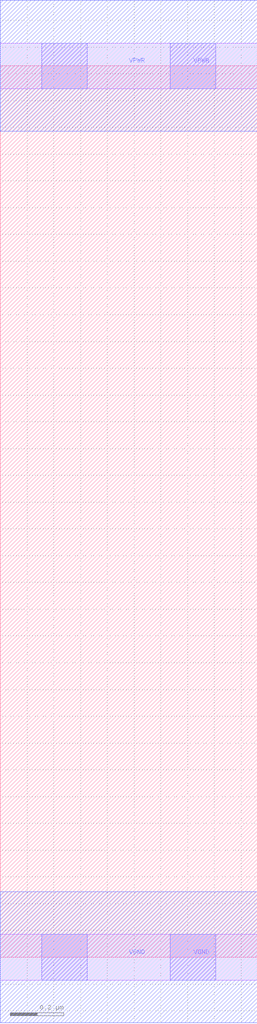
<source format=lef>
# Copyright 2020 The SkyWater PDK Authors
#
# Licensed under the Apache License, Version 2.0 (the "License");
# you may not use this file except in compliance with the License.
# You may obtain a copy of the License at
#
#     https://www.apache.org/licenses/LICENSE-2.0
#
# Unless required by applicable law or agreed to in writing, software
# distributed under the License is distributed on an "AS IS" BASIS,
# WITHOUT WARRANTIES OR CONDITIONS OF ANY KIND, either express or implied.
# See the License for the specific language governing permissions and
# limitations under the License.
#
# SPDX-License-Identifier: Apache-2.0

VERSION 5.7 ;
  NAMESCASESENSITIVE ON ;
  NOWIREEXTENSIONATPIN ON ;
  DIVIDERCHAR "/" ;
  BUSBITCHARS "[]" ;
UNITS
  DATABASE MICRONS 200 ;
END UNITS
MACRO sky130_fd_sc_lp__fill_2
  CLASS CORE ;
  SOURCE USER ;
  FOREIGN sky130_fd_sc_lp__fill_2 ;
  ORIGIN  0.000000  0.000000 ;
  SIZE  0.960000 BY  3.330000 ;
  SYMMETRY X Y R90 ;
  SITE unit ;
  PIN VGND
    DIRECTION INOUT ;
    USE GROUND ;
    PORT
      LAYER li1 ;
        RECT 0.000000 -0.085000 0.960000 0.085000 ;
      LAYER mcon ;
        RECT 0.155000 -0.085000 0.325000 0.085000 ;
        RECT 0.635000 -0.085000 0.805000 0.085000 ;
      LAYER met1 ;
        RECT 0.000000 -0.245000 0.960000 0.245000 ;
    END
  END VGND
  PIN VPWR
    DIRECTION INOUT ;
    USE POWER ;
    PORT
      LAYER li1 ;
        RECT 0.000000 3.245000 0.960000 3.415000 ;
      LAYER mcon ;
        RECT 0.155000 3.245000 0.325000 3.415000 ;
        RECT 0.635000 3.245000 0.805000 3.415000 ;
      LAYER met1 ;
        RECT 0.000000 3.085000 0.960000 3.575000 ;
    END
  END VPWR
END sky130_fd_sc_lp__fill_2

</source>
